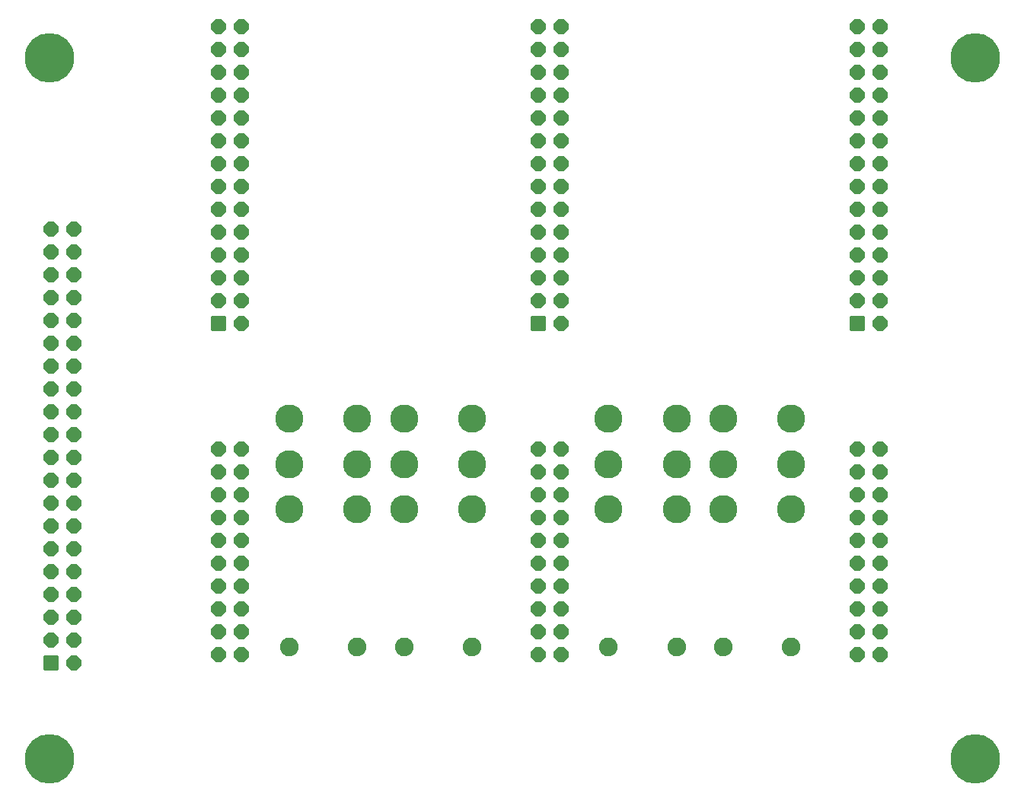
<source format=gbr>
%TF.GenerationSoftware,KiCad,Pcbnew,7.0.10-7.0.10~ubuntu22.04.1*%
%TF.CreationDate,2024-01-03T13:55:48+01:00*%
%TF.ProjectId,EEZ DIB BP3C-DM r3B3,45455a20-4449-4422-9042-5033432d444d,rev?*%
%TF.SameCoordinates,Original*%
%TF.FileFunction,Soldermask,Bot*%
%TF.FilePolarity,Negative*%
%FSLAX46Y46*%
G04 Gerber Fmt 4.6, Leading zero omitted, Abs format (unit mm)*
G04 Created by KiCad (PCBNEW 7.0.10-7.0.10~ubuntu22.04.1) date 2024-01-03 13:55:48*
%MOMM*%
%LPD*%
G01*
G04 APERTURE LIST*
G04 Aperture macros list*
%AMRoundRect*
0 Rectangle with rounded corners*
0 $1 Rounding radius*
0 $2 $3 $4 $5 $6 $7 $8 $9 X,Y pos of 4 corners*
0 Add a 4 corners polygon primitive as box body*
4,1,4,$2,$3,$4,$5,$6,$7,$8,$9,$2,$3,0*
0 Add four circle primitives for the rounded corners*
1,1,$1+$1,$2,$3*
1,1,$1+$1,$4,$5*
1,1,$1+$1,$6,$7*
1,1,$1+$1,$8,$9*
0 Add four rect primitives between the rounded corners*
20,1,$1+$1,$2,$3,$4,$5,0*
20,1,$1+$1,$4,$5,$6,$7,0*
20,1,$1+$1,$6,$7,$8,$9,0*
20,1,$1+$1,$8,$9,$2,$3,0*%
%AMFreePoly0*
4,1,17,0.355561,0.794901,0.794901,0.355561,0.813500,0.310660,0.813500,-0.310660,0.794901,-0.355561,0.355561,-0.794901,0.310660,-0.813500,-0.310660,-0.813500,-0.355561,-0.794901,-0.794901,-0.355561,-0.813500,-0.310660,-0.813500,0.310660,-0.794901,0.355561,-0.355561,0.794901,-0.310660,0.813500,0.310660,0.813500,0.355561,0.794901,0.355561,0.794901,$1*%
G04 Aperture macros list end*
%ADD10FreePoly0,90.000000*%
%ADD11RoundRect,0.063500X0.750000X-0.750000X0.750000X0.750000X-0.750000X0.750000X-0.750000X-0.750000X0*%
%ADD12RoundRect,0.063500X-0.750000X0.750000X-0.750000X-0.750000X0.750000X-0.750000X0.750000X0.750000X0*%
%ADD13FreePoly0,270.000000*%
%ADD14C,5.500000*%
%ADD15C,2.077000*%
%ADD16C,3.127000*%
G04 APERTURE END LIST*
D10*
%TO.C,X3*%
X186860000Y-134860000D03*
X189400000Y-134860000D03*
X186860000Y-132320000D03*
X189400000Y-132320000D03*
X186860000Y-129780000D03*
X189400000Y-129780000D03*
X186860000Y-127240000D03*
X189400000Y-127240000D03*
X186860000Y-124700000D03*
X189400000Y-124700000D03*
X186860000Y-122160000D03*
X189400000Y-122160000D03*
X186860000Y-119620000D03*
X189400000Y-119620000D03*
X186860000Y-117080000D03*
X189400000Y-117080000D03*
X186860000Y-114540000D03*
X189400000Y-114540000D03*
X186860000Y-112000000D03*
X189400000Y-112000000D03*
%TD*%
%TO.C,X2*%
X151360000Y-134860000D03*
X153900000Y-134860000D03*
X151360000Y-132320000D03*
X153900000Y-132320000D03*
X151360000Y-129780000D03*
X153900000Y-129780000D03*
X151360000Y-127240000D03*
X153900000Y-127240000D03*
X151360000Y-124700000D03*
X153900000Y-124700000D03*
X151360000Y-122160000D03*
X153900000Y-122160000D03*
X151360000Y-119620000D03*
X153900000Y-119620000D03*
X151360000Y-117080000D03*
X153900000Y-117080000D03*
X151360000Y-114540000D03*
X153900000Y-114540000D03*
X151360000Y-112000000D03*
X153900000Y-112000000D03*
%TD*%
%TO.C,X7*%
X189400000Y-65000000D03*
X186860000Y-65000000D03*
X189400000Y-67540000D03*
X186860000Y-67540000D03*
X189400000Y-70080000D03*
X186860000Y-70080000D03*
X189400000Y-72620000D03*
X186860000Y-72620000D03*
X189400000Y-75160000D03*
X186860000Y-75160000D03*
X189400000Y-77700000D03*
X186860000Y-77700000D03*
X189400000Y-80240000D03*
X186860000Y-80240000D03*
X189400000Y-82780000D03*
X186860000Y-82780000D03*
X189400000Y-85320000D03*
X186860000Y-85320000D03*
X189400000Y-87860000D03*
X186860000Y-87860000D03*
X189400000Y-90400000D03*
X186860000Y-90400000D03*
X189400000Y-92940000D03*
X186860000Y-92940000D03*
X189400000Y-95480000D03*
X186860000Y-95480000D03*
X189400000Y-98020000D03*
D11*
X186860000Y-98020000D03*
%TD*%
D10*
%TO.C,X6*%
X153900000Y-65000000D03*
X151360000Y-65000000D03*
X153900000Y-67540000D03*
X151360000Y-67540000D03*
X153900000Y-70080000D03*
X151360000Y-70080000D03*
X153900000Y-72620000D03*
X151360000Y-72620000D03*
X153900000Y-75160000D03*
X151360000Y-75160000D03*
X153900000Y-77700000D03*
X151360000Y-77700000D03*
X153900000Y-80240000D03*
X151360000Y-80240000D03*
X153900000Y-82780000D03*
X151360000Y-82780000D03*
X153900000Y-85320000D03*
X151360000Y-85320000D03*
X153900000Y-87860000D03*
X151360000Y-87860000D03*
X153900000Y-90400000D03*
X151360000Y-90400000D03*
X153900000Y-92940000D03*
X151360000Y-92940000D03*
X153900000Y-95480000D03*
X151360000Y-95480000D03*
X153900000Y-98020000D03*
D11*
X151360000Y-98020000D03*
%TD*%
D10*
%TO.C,X1*%
X115860000Y-134860000D03*
X118400000Y-134860000D03*
X115860000Y-132320000D03*
X118400000Y-132320000D03*
X115860000Y-129780000D03*
X118400000Y-129780000D03*
X115860000Y-127240000D03*
X118400000Y-127240000D03*
X115860000Y-124700000D03*
X118400000Y-124700000D03*
X115860000Y-122160000D03*
X118400000Y-122160000D03*
X115860000Y-119620000D03*
X118400000Y-119620000D03*
X115860000Y-117080000D03*
X118400000Y-117080000D03*
X115860000Y-114540000D03*
X118400000Y-114540000D03*
X115860000Y-112000000D03*
X118400000Y-112000000D03*
%TD*%
%TO.C,X4*%
X118400000Y-65000000D03*
X115860000Y-65000000D03*
X118400000Y-67540000D03*
X115860000Y-67540000D03*
X118400000Y-70080000D03*
X115860000Y-70080000D03*
X118400000Y-72620000D03*
X115860000Y-72620000D03*
X118400000Y-75160000D03*
X115860000Y-75160000D03*
X118400000Y-77700000D03*
X115860000Y-77700000D03*
X118400000Y-80240000D03*
X115860000Y-80240000D03*
X118400000Y-82780000D03*
X115860000Y-82780000D03*
X118400000Y-85320000D03*
X115860000Y-85320000D03*
X118400000Y-87860000D03*
X115860000Y-87860000D03*
X118400000Y-90400000D03*
X115860000Y-90400000D03*
X118400000Y-92940000D03*
X115860000Y-92940000D03*
X118400000Y-95480000D03*
X115860000Y-95480000D03*
X118400000Y-98020000D03*
D11*
X115860000Y-98020000D03*
%TD*%
D12*
%TO.C,X5*%
X97200000Y-135760000D03*
D13*
X99740000Y-135760000D03*
X97200000Y-133220000D03*
X99740000Y-133220000D03*
X97200000Y-130680000D03*
X99740000Y-130680000D03*
X97200000Y-128140000D03*
X99740000Y-128140000D03*
X97200000Y-125600000D03*
X99740000Y-125600000D03*
X97200000Y-123060000D03*
X99740000Y-123060000D03*
X97200000Y-120520000D03*
X99740000Y-120520000D03*
X97200000Y-117980000D03*
X99740000Y-117980000D03*
X97200000Y-115440000D03*
X99740000Y-115440000D03*
X97200000Y-112900000D03*
X99740000Y-112900000D03*
X97200000Y-110360000D03*
X99740000Y-110360000D03*
X97200000Y-107820000D03*
X99740000Y-107820000D03*
X97200000Y-105280000D03*
X99740000Y-105280000D03*
X97200000Y-102740000D03*
X99740000Y-102740000D03*
X97200000Y-100200000D03*
X99740000Y-100200000D03*
X97200000Y-97660000D03*
X99740000Y-97660000D03*
X97200000Y-95120000D03*
X99740000Y-95120000D03*
X97200000Y-92580000D03*
X99740000Y-92580000D03*
X97200000Y-90040000D03*
X99740000Y-90040000D03*
X97200000Y-87500000D03*
X99740000Y-87500000D03*
%TD*%
D14*
%TO.C,H4*%
X200000000Y-146500000D03*
%TD*%
%TO.C,H3*%
X200000000Y-68500000D03*
%TD*%
%TO.C,H2*%
X97000000Y-146500000D03*
%TD*%
%TO.C,H1*%
X97000000Y-68500000D03*
%TD*%
D15*
%TO.C,K3*%
X123721100Y-134003600D03*
X131281100Y-134003600D03*
D16*
X131281100Y-108633600D03*
X123721100Y-108633600D03*
X131281100Y-118713600D03*
X123721100Y-118713600D03*
X131281100Y-113673600D03*
X123721100Y-113673600D03*
%TD*%
D15*
%TO.C,K2*%
X136471100Y-134003600D03*
X144031100Y-134003600D03*
D16*
X144031100Y-108633600D03*
X136471100Y-108633600D03*
X144031100Y-118713600D03*
X136471100Y-118713600D03*
X144031100Y-113673600D03*
X136471100Y-113673600D03*
%TD*%
D15*
%TO.C,K4*%
X171971100Y-134003600D03*
X179531100Y-134003600D03*
D16*
X179531100Y-108633600D03*
X171971100Y-108633600D03*
X179531100Y-118713600D03*
X171971100Y-118713600D03*
X179531100Y-113673600D03*
X171971100Y-113673600D03*
%TD*%
%TO.C,K1*%
X159221100Y-113673600D03*
X166781100Y-113673600D03*
X159221100Y-118713600D03*
X166781100Y-118713600D03*
X159221100Y-108633600D03*
X166781100Y-108633600D03*
D15*
X166781100Y-134003600D03*
X159221100Y-134003600D03*
%TD*%
M02*

</source>
